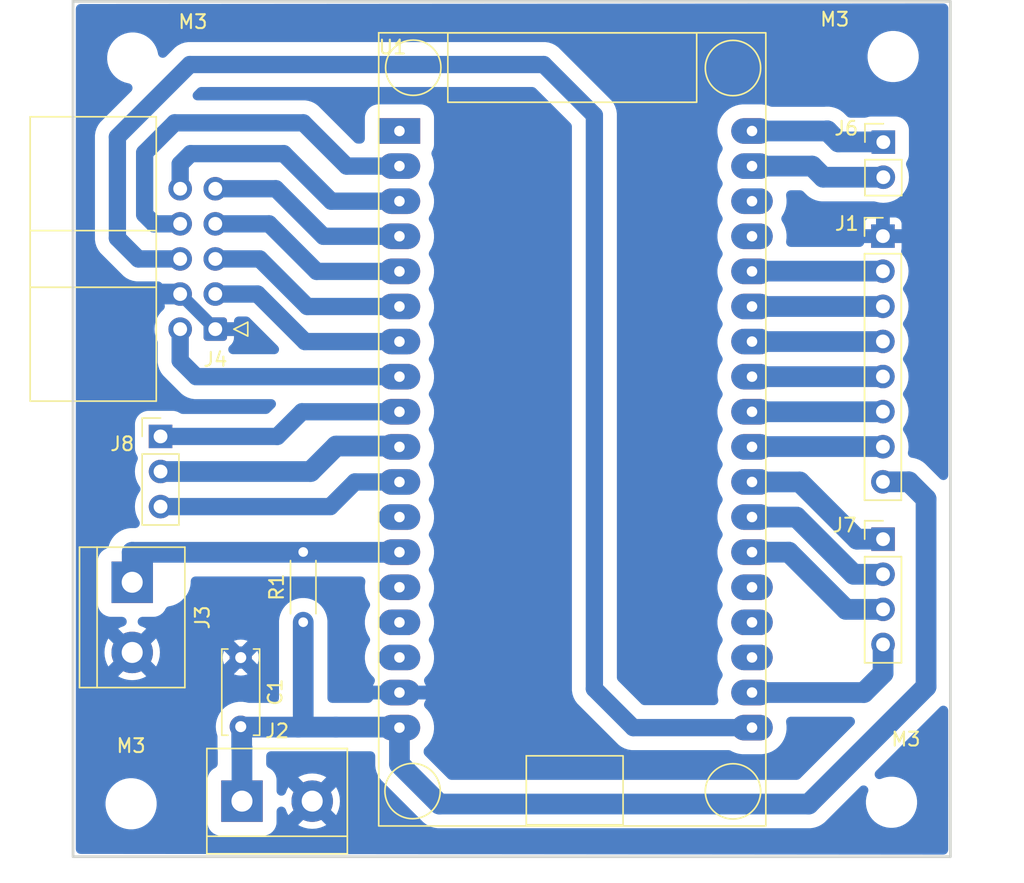
<source format=kicad_pcb>
(kicad_pcb (version 20240108) (generator "pcbnew") (generator_version "8.0")
  (layers (0 "F.Cu" signal) (31 "B.Cu" signal) (34 "B.Paste" user) (35 "F.Paste" user) (36 "B.SilkS" user "B.Silkscreen") (37 "F.SilkS" user "F.Silkscreen") (38 "B.Mask" user) (39 "F.Mask" user) (44 "Edge.Cuts" user))
  (net 0 "")
  (net 1 "/5V")
  (net 2 "GND")
  (net 3 "/FC")
  (net 4 "/Sen5")
  (net 5 "/Sen6")
  (net 6 "/Sen1")
  (net 7 "/Sen7")
  (net 8 "/Sen2")
  (net 9 "/Sen4")
  (net 10 "/Sen3")
  (net 11 "/3V3")
  (net 12 "/IO14(BOOT PWM)")
  (net 13 "/IO15(BOOT PWM)")
  (net 14 "/IO2(LED)")
  (net 15 "/CLK")
  (net 16 "/IN1")
  (net 17 "/IN2")
  (net 18 "/IN3")
  (net 19 "/IN4")
  (net 20 "/IN5")
  (net 21 "/IN6")
  (net 32 "/IO23")
  (net 33 "/IO27")
  (net 34 "/IO22")
  (net 35 "/IO4")
  (net 36 "/IO26")
  (footprint "MountingHole:MountingHole_3.2mm_M3" (layer "F.Cu") (at 33.83 85.12)
    (property "Reference" "M3" (at 0 -4.2 0) (layer "F.SilkS"))
    (property "Value" "MountingHole_3.2mm_M3")
    (pad "" np_thru_hole circle (at 0 0) (size 3.2 3.2) (drill 3.2) (layers "*.Cu" "*.Mask"))
  )
  (footprint "Connector_PinHeader_2.54mm:PinHeader_1x02_P2.54mm_Vertical" (layer "F.Cu") (at 88.24 37.235)
    (property "Reference" "J6" (at -2.68 -0.995 0) (layer "F.SilkS"))
    (property "Value" "Screw_Terminal_01x02")
    (fp_line (start -1.33 -1.33) (end 0 -1.33) (stroke (width 0.12)) (layer "F.SilkS"))
    (fp_line (start -1.33 0) (end -1.33 -1.33) (stroke (width 0.12)) (layer "F.SilkS"))
    (fp_line (start -1.33 1.27) (end -1.33 3.87) (stroke (width 0.12)) (layer "F.SilkS"))
    (fp_line (start -1.33 1.27) (end 1.33 1.27) (stroke (width 0.12)) (layer "F.SilkS"))
    (fp_line (start -1.33 3.87) (end 1.33 3.87) (stroke (width 0.12)) (layer "F.SilkS"))
    (fp_line (start 1.33 1.27) (end 1.33 3.87) (stroke (width 0.12)) (layer "F.SilkS"))
    (pad "1" thru_hole rect (at 0 0) (size 1.7 1.7) (drill 1) (layers "*.Cu" "*.Mask") (net 32 "/IO23"))
    (pad "2" thru_hole oval (at 0 2.54) (size 1.7 1.7) (drill 1) (layers "*.Cu" "*.Mask") (net 34 "/IO22"))
  )
  (footprint "MountingHole:MountingHole_3.2mm_M3" (layer "F.Cu") (at 88.83 85.01)
    (property "Reference" "M3" (at 1.045 -4.56 0) (layer "F.SilkS"))
    (property "Value" "MountingHole_3.2mm_M3")
    (pad "" np_thru_hole circle (at 0 0) (size 3.2 3.2) (drill 3.2) (layers "*.Cu" "*.Mask"))
  )
  (footprint "Connector_IDC:IDC-Header_2x05_P2.54mm_Horizontal" (layer "F.Cu") (at 39.92 50.77 180)
    (property "Reference" "J4" (at -0.01 -2.2 0) (layer "F.SilkS"))
    (property "Value" "Screw_Terminal_01x10")
    (fp_line (start 13.39 15.37) (end 4.27 15.37) (stroke (width 0.12)) (layer "F.SilkS"))
    (fp_line (start 13.39 -5.21) (end 13.39 15.37) (stroke (width 0.12)) (layer "F.SilkS"))
    (fp_line (start 4.27 15.37) (end 4.27 -5.21) (stroke (width 0.12)) (layer "F.SilkS"))
    (fp_line (start 4.27 7.13) (end 13.39 7.13) (stroke (width 0.12)) (layer "F.SilkS"))
    (fp_line (start 4.27 3.03) (end 13.39 3.03) (stroke (width 0.12)) (layer "F.SilkS"))
    (fp_line (start 4.27 -5.21) (end 13.39 -5.21) (stroke (width 0.12)) (layer "F.SilkS"))
    (fp_line (start -1.35 0) (end -2.35 -0.5) (stroke (width 0.12)) (layer "F.SilkS"))
    (fp_line (start -2.35 0.5) (end -1.35 0) (stroke (width 0.12)) (layer "F.SilkS"))
    (fp_line (start -2.35 -0.5) (end -2.35 0.5) (stroke (width 0.12)) (layer "F.SilkS"))
    (pad "1" thru_hole roundrect (at 0 0 180) (size 1.7 1.7) (drill 1) (layers "*.Cu" "*.Mask") (roundrect_rratio 0.147059) (net 2 "GND"))
    (pad "2" thru_hole circle (at 2.54 0 180) (size 1.7 1.7) (drill 1) (layers "*.Cu" "*.Mask") (net 7 "/Sen7"))
    (pad "3" thru_hole circle (at 0 2.54 180) (size 1.7 1.7) (drill 1) (layers "*.Cu" "*.Mask") (net 5 "/Sen6"))
    (pad "4" thru_hole circle (at 2.54 2.54 180) (size 1.7 1.7) (drill 1) (layers "*.Cu" "*.Mask") (net 2 "GND"))
    (pad "5" thru_hole circle (at 0 5.08 180) (size 1.7 1.7) (drill 1) (layers "*.Cu" "*.Mask") (net 4 "/Sen5"))
    (pad "6" thru_hole circle (at 2.54 5.08 180) (size 1.7 1.7) (drill 1) (layers "*.Cu" "*.Mask") (net 11 "/3V3"))
    (pad "7" thru_hole circle (at 0 7.62 180) (size 1.7 1.7) (drill 1) (layers "*.Cu" "*.Mask") (net 9 "/Sen4"))
    (pad "8" thru_hole circle (at 2.54 7.62 180) (size 1.7 1.7) (drill 1) (layers "*.Cu" "*.Mask") (net 6 "/Sen1"))
    (pad "9" thru_hole circle (at 0 10.16 180) (size 1.7 1.7) (drill 1) (layers "*.Cu" "*.Mask") (net 10 "/Sen3"))
    (pad "10" thru_hole circle (at 2.54 10.16 180) (size 1.7 1.7) (drill 1) (layers "*.Cu" "*.Mask") (net 8 "/Sen2"))
  )
  (footprint "MountingHole:MountingHole_3.2mm_M3" (layer "F.Cu") (at 33.95 31.15)
    (property "Reference" "M3" (at 4.35 -2.625 0) (layer "F.SilkS"))
    (property "Value" "MountingHole_3.2mm_M3")
    (pad "" np_thru_hole circle (at 0 0) (size 3.2 3.2) (drill 3.2) (layers "*.Cu" "*.Mask"))
  )
  (footprint "TerminalBlock:TerminalBlock_bornier-2_P5.08mm" (layer "F.Cu") (at 33.91 69.09 -90)
    (property "Reference" "J3" (at 2.54 -5.08 90) (layer "F.SilkS"))
    (property "Value" "FC")
    (fp_line (start -2.54 3.81) (end 7.62 3.81) (stroke (width 0.12)) (layer "F.SilkS"))
    (fp_line (start 7.62 3.81) (end 7.62 -3.81) (stroke (width 0.12)) (layer "F.SilkS"))
    (fp_line (start 7.62 2.54) (end -2.54 2.54) (stroke (width 0.12)) (layer "F.SilkS"))
    (fp_line (start -2.54 -3.81) (end -2.54 3.81) (stroke (width 0.12)) (layer "F.SilkS"))
    (fp_line (start 7.62 -3.81) (end -2.54 -3.81) (stroke (width 0.12)) (layer "F.SilkS"))
    (pad "1" thru_hole rect (at 0 0 270) (size 3 3) (drill 1.52) (layers "*.Cu" "*.Mask") (net 3 "/FC"))
    (pad "2" thru_hole circle (at 5.08 0 270) (size 3 3) (drill 1.52) (layers "*.Cu" "*.Mask") (net 2 "GND"))
  )
  (footprint "Resistor_THT:R_Axial_DIN0204_L3.6mm_D1.6mm_P5.08mm_Horizontal" (layer "F.Cu") (at 46.28 71.98 90)
    (property "Reference" "R1" (at 2.54 -1.92 90) (layer "F.SilkS"))
    (property "Value" "100k")
    (fp_line (start 0.62 -0.92) (end 4.46 -0.92) (stroke (width 0.12)) (layer "F.SilkS"))
    (fp_line (start 0.62 0.92) (end 4.46 0.92) (stroke (width 0.12)) (layer "F.SilkS"))
    (pad "1" thru_hole circle (at 0 0 90) (size 1.4 1.4) (drill 0.7) (layers "*.Cu" "*.Mask") (net 1 "/5V"))
    (pad "2" thru_hole oval (at 5.08 0 90) (size 1.4 1.4) (drill 0.7) (layers "*.Cu" "*.Mask") (net 3 "/FC"))
  )
  (footprint "LibraryPERSONALES:ESP32_Devkit_V1_36pin" (layer "F.Cu") (at 51.74 29.325)
    (property "Reference" "U1" (at 0.995 1.04015 0) (layer "F.SilkS"))
    (property "Value" "ESP32_DevKit_V1_36PIN")
    (fp_rect (start 0 0) (end 28 57.4) (stroke (width 0.12)) (fill none) (layer "F.SilkS"))
    (fp_rect (start 5 0) (end 23 5.025) (stroke (width 0.12)) (fill none) (layer "F.SilkS"))
    (fp_rect (start 10.675 52.325) (end 17.675 57.325) (stroke (width 0.12)) (fill none) (layer "F.SilkS"))
    (fp_circle (center 2.45 54.875) (end 4.425 55.2) (stroke (width 0.12)) (fill none) (layer "F.SilkS"))
    (fp_circle (center 2.5 2.525) (end 4.475 2.85) (stroke (width 0.12)) (fill none) (layer "F.SilkS"))
    (fp_circle (center 25.625 2.548439) (end 27.6 2.873439) (stroke (width 0.12)) (fill none) (layer "F.SilkS"))
    (fp_circle (center 25.625 54.898439) (end 27.626562 54.898439) (stroke (width 0.12)) (fill none) (layer "F.SilkS"))
    (pad "1" thru_hole rect (at 1.5 7.105) (size 3 1.85) (drill 0.762) (layers "*.Cu" "*.Mask"))
    (pad "2" thru_hole oval (at 1.5 9.645) (size 3 1.85) (drill 0.762) (layers "*.Cu" "*.Mask") (net 6 "/Sen1"))
    (pad "3" thru_hole oval (at 1.5 12.185) (size 3 1.85) (drill 0.762) (layers "*.Cu" "*.Mask") (net 8 "/Sen2"))
    (pad "4" thru_hole oval (at 1.5 14.725) (size 3 1.85) (drill 0.762) (layers "*.Cu" "*.Mask") (net 10 "/Sen3"))
    (pad "5" thru_hole oval (at 1.5 17.265) (size 3 1.85) (drill 0.762) (layers "*.Cu" "*.Mask") (net 9 "/Sen4"))
    (pad "6" thru_hole oval (at 1.5 19.805) (size 3 1.85) (drill 0.762) (layers "*.Cu" "*.Mask") (net 4 "/Sen5"))
    (pad "7" thru_hole oval (at 1.5 22.345) (size 3 1.85) (drill 0.762) (layers "*.Cu" "*.Mask") (net 5 "/Sen6"))
    (pad "8" thru_hole oval (at 1.5 24.885) (size 3 1.85) (drill 0.762) (layers "*.Cu" "*.Mask") (net 7 "/Sen7"))
    (pad "9" thru_hole oval (at 1.5 27.425) (size 3 1.85) (drill 0.762) (layers "*.Cu" "*.Mask") (net 36 "/IO26"))
    (pad "10" thru_hole oval (at 1.5 29.965) (size 3 1.85) (drill 0.762) (layers "*.Cu" "*.Mask") (net 33 "/IO27"))
    (pad "11" thru_hole oval (at 1.5 32.505) (size 3 1.85) (drill 0.762) (layers "*.Cu" "*.Mask") (net 12 "/IO14(BOOT PWM)"))
    (pad "12" thru_hole oval (at 1.5 35.045) (size 3 1.85) (drill 0.762) (layers "*.Cu" "*.Mask"))
    (pad "13" thru_hole oval (at 1.5 37.585) (size 3 1.85) (drill 0.762) (layers "*.Cu" "*.Mask") (net 3 "/FC"))
    (pad "14" thru_hole oval (at 1.5 40.125) (size 3 1.85) (drill 0.762) (layers "*.Cu" "*.Mask"))
    (pad "15" thru_hole oval (at 1.5 42.665) (size 3 1.85) (drill 0.762) (layers "*.Cu" "*.Mask"))
    (pad "16" thru_hole oval (at 1.5 45.205) (size 3 1.85) (drill 0.762) (layers "*.Cu" "*.Mask"))
    (pad "17" thru_hole oval (at 1.5 47.745) (size 3 1.85) (drill 0.762) (layers "*.Cu" "*.Mask") (net 2 "GND"))
    (pad "18" thru_hole oval (at 1.5 50.285) (size 3 1.85) (drill 0.762) (layers "*.Cu" "*.Mask") (net 1 "/5V"))
    (pad "19" thru_hole oval (at 27 50.285) (size 3 1.85) (drill 0.762) (layers "*.Cu" "*.Mask") (net 11 "/3V3"))
    (pad "20" thru_hole oval (at 27 47.745) (size 3 1.85) (drill 0.762) (layers "*.Cu" "*.Mask") (net 15 "/CLK"))
    (pad "21" thru_hole oval (at 27 45.205) (size 3 1.85) (drill 0.762) (layers "*.Cu" "*.Mask"))
    (pad "22" thru_hole oval (at 27 42.665) (size 3 1.85) (drill 0.762) (layers "*.Cu" "*.Mask"))
    (pad "23" thru_hole oval (at 27 40.125) (size 3 1.85) (drill 0.762) (layers "*.Cu" "*.Mask"))
    (pad "24" thru_hole oval (at 27 37.585) (size 3 1.85) (drill 0.762) (layers "*.Cu" "*.Mask") (net 13 "/IO15(BOOT PWM)"))
    (pad "25" thru_hole oval (at 27 35.045) (size 3 1.85) (drill 0.762) (layers "*.Cu" "*.Mask") (net 14 "/IO2(LED)"))
    (pad "26" thru_hole oval (at 27 32.505) (size 3 1.85) (drill 0.762) (layers "*.Cu" "*.Mask") (net 35 "/IO4"))
    (pad "27" thru_hole oval (at 27 29.965) (size 3 1.85) (drill 0.762) (layers "*.Cu" "*.Mask") (net 21 "/IN6"))
    (pad "28" thru_hole oval (at 27 27.425) (size 3 1.85) (drill 0.762) (layers "*.Cu" "*.Mask") (net 20 "/IN5"))
    (pad "29" thru_hole oval (at 27 24.885) (size 3 1.85) (drill 0.762) (layers "*.Cu" "*.Mask") (net 19 "/IN4"))
    (pad "30" thru_hole oval (at 27 22.345) (size 3 1.85) (drill 0.762) (layers "*.Cu" "*.Mask") (net 18 "/IN3"))
    (pad "31" thru_hole oval (at 27 19.805) (size 3 1.85) (drill 0.762) (layers "*.Cu" "*.Mask") (net 17 "/IN2"))
    (pad "32" thru_hole oval (at 27 17.265) (size 3 1.85) (drill 0.762) (layers "*.Cu" "*.Mask") (net 16 "/IN1"))
    (pad "33" thru_hole oval (at 27 14.725) (size 3 1.85) (drill 0.762) (layers "*.Cu" "*.Mask"))
    (pad "34" thru_hole oval (at 27 12.185) (size 3 1.85) (drill 0.762) (layers "*.Cu" "*.Mask"))
    (pad "35" thru_hole oval (at 27 9.645) (size 3 1.85) (drill 0.762) (layers "*.Cu" "*.Mask") (net 34 "/IO22"))
    (pad "36" thru_hole oval (at 27 7.105) (size 3 1.85) (drill 0.762) (layers "*.Cu" "*.Mask") (net 32 "/IO23"))
  )
  (footprint "Connector_PinHeader_2.54mm:PinHeader_1x08_P2.54mm_Vertical" (layer "F.Cu") (at 88.21 44.04)
    (property "Reference" "J1" (at -2.61 -0.91 0) (layer "F.SilkS"))
    (property "Value" "Screw_Terminal_01x08")
    (fp_line (start -1.33 -1.33) (end 0 -1.33) (stroke (width 0.12)) (layer "F.SilkS"))
    (fp_line (start -1.33 0) (end -1.33 -1.33) (stroke (width 0.12)) (layer "F.SilkS"))
    (fp_line (start -1.33 1.27) (end -1.33 19.11) (stroke (width 0.12)) (layer "F.SilkS"))
    (fp_line (start -1.33 1.27) (end 1.33 1.27) (stroke (width 0.12)) (layer "F.SilkS"))
    (fp_line (start -1.33 19.11) (end 1.33 19.11) (stroke (width 0.12)) (layer "F.SilkS"))
    (fp_line (start 1.33 1.27) (end 1.33 19.11) (stroke (width 0.12)) (layer "F.SilkS"))
    (pad "1" thru_hole rect (at 0 0) (size 1.7 1.7) (drill 1) (layers "*.Cu" "*.Mask") (net 2 "GND"))
    (pad "2" thru_hole oval (at 0 2.54) (size 1.7 1.7) (drill 1) (layers "*.Cu" "*.Mask") (net 16 "/IN1"))
    (pad "3" thru_hole oval (at 0 5.08) (size 1.7 1.7) (drill 1) (layers "*.Cu" "*.Mask") (net 17 "/IN2"))
    (pad "4" thru_hole oval (at 0 7.62) (size 1.7 1.7) (drill 1) (layers "*.Cu" "*.Mask") (net 18 "/IN3"))
    (pad "5" thru_hole oval (at 0 10.16) (size 1.7 1.7) (drill 1) (layers "*.Cu" "*.Mask") (net 19 "/IN4"))
    (pad "6" thru_hole oval (at 0 12.7) (size 1.7 1.7) (drill 1) (layers "*.Cu" "*.Mask") (net 20 "/IN5"))
    (pad "7" thru_hole oval (at 0 15.24) (size 1.7 1.7) (drill 1) (layers "*.Cu" "*.Mask") (net 21 "/IN6"))
    (pad "8" thru_hole oval (at 0 17.78) (size 1.7 1.7) (drill 1) (layers "*.Cu" "*.Mask") (net 1 "/5V"))
  )
  (footprint "Connector_PinHeader_2.54mm:PinHeader_1x04_P2.54mm_Vertical" (layer "F.Cu") (at 88.22 65.97)
    (property "Reference" "J7" (at -2.78 -1.01 0) (layer "F.SilkS"))
    (property "Value" "Screw_Terminal_01x04")
    (fp_line (start -1.33 -1.33) (end 0 -1.33) (stroke (width 0.12)) (layer "F.SilkS"))
    (fp_line (start -1.33 0) (end -1.33 -1.33) (stroke (width 0.12)) (layer "F.SilkS"))
    (fp_line (start -1.33 1.27) (end -1.33 8.95) (stroke (width 0.12)) (layer "F.SilkS"))
    (fp_line (start -1.33 1.27) (end 1.33 1.27) (stroke (width 0.12)) (layer "F.SilkS"))
    (fp_line (start -1.33 8.95) (end 1.33 8.95) (stroke (width 0.12)) (layer "F.SilkS"))
    (fp_line (start 1.33 1.27) (end 1.33 8.95) (stroke (width 0.12)) (layer "F.SilkS"))
    (pad "1" thru_hole rect (at 0 0) (size 1.7 1.7) (drill 1) (layers "*.Cu" "*.Mask") (net 35 "/IO4"))
    (pad "2" thru_hole oval (at 0 2.54) (size 1.7 1.7) (drill 1) (layers "*.Cu" "*.Mask") (net 14 "/IO2(LED)"))
    (pad "3" thru_hole oval (at 0 5.08) (size 1.7 1.7) (drill 1) (layers "*.Cu" "*.Mask") (net 13 "/IO15(BOOT PWM)"))
    (pad "4" thru_hole oval (at 0 7.62) (size 1.7 1.7) (drill 1) (layers "*.Cu" "*.Mask") (net 15 "/CLK"))
  )
  (footprint "Connector_PinHeader_2.54mm:PinHeader_1x03_P2.54mm_Vertical" (layer "F.Cu") (at 35.96 58.535)
    (property "Reference" "J8" (at -2.77 0.54 0) (layer "F.SilkS"))
    (property "Value" "Screw_Terminal_01x03")
    (fp_line (start -1.33 -1.33) (end 0 -1.33) (stroke (width 0.12)) (layer "F.SilkS"))
    (fp_line (start -1.33 0) (end -1.33 -1.33) (stroke (width 0.12)) (layer "F.SilkS"))
    (fp_line (start -1.33 1.27) (end -1.33 6.41) (stroke (width 0.12)) (layer "F.SilkS"))
    (fp_line (start -1.33 1.27) (end 1.33 1.27) (stroke (width 0.12)) (layer "F.SilkS"))
    (fp_line (start -1.33 6.41) (end 1.33 6.41) (stroke (width 0.12)) (layer "F.SilkS"))
    (fp_line (start 1.33 1.27) (end 1.33 6.41) (stroke (width 0.12)) (layer "F.SilkS"))
    (pad "1" thru_hole rect (at 0 0) (size 1.7 1.7) (drill 1) (layers "*.Cu" "*.Mask") (net 36 "/IO26"))
    (pad "2" thru_hole oval (at 0 2.54) (size 1.7 1.7) (drill 1) (layers "*.Cu" "*.Mask") (net 33 "/IO27"))
    (pad "3" thru_hole oval (at 0 5.08) (size 1.7 1.7) (drill 1) (layers "*.Cu" "*.Mask") (net 12 "/IO14(BOOT PWM)"))
  )
  (footprint "Capacitor_THT:C_Disc_D6.0mm_W2.5mm_P5.00mm" (layer "F.Cu") (at 41.76 74.54 -90)
    (property "Reference" "C1" (at 2.5 -2.5 90) (layer "F.SilkS"))
    (property "Value" "0.1u")
    (fp_line (start -0.62 1.37) (end 5.62 1.37) (stroke (width 0.12)) (layer "F.SilkS"))
    (fp_line (start -0.62 0.925) (end -0.62 1.37) (stroke (width 0.12)) (layer "F.SilkS"))
    (fp_line (start 5.62 0.925) (end 5.62 1.37) (stroke (width 0.12)) (layer "F.SilkS"))
    (fp_line (start -0.62 -1.37) (end -0.62 -0.925) (stroke (width 0.12)) (layer "F.SilkS"))
    (fp_line (start -0.62 -1.37) (end 5.62 -1.37) (stroke (width 0.12)) (layer "F.SilkS"))
    (fp_line (start 5.62 -1.37) (end 5.62 -0.925) (stroke (width 0.12)) (layer "F.SilkS"))
    (pad "1" thru_hole circle (at 0 0 270) (size 1.6 1.6) (drill 0.8) (layers "*.Cu" "*.Mask") (net 2 "GND"))
    (pad "2" thru_hole circle (at 5 0 270) (size 1.6 1.6) (drill 0.8) (layers "*.Cu" "*.Mask") (net 1 "/5V"))
  )
  (footprint "MountingHole:MountingHole_3.2mm_M3" (layer "F.Cu") (at 88.95 31.04)
    (property "Reference" "M3" (at -4.225 -2.69 0) (layer "F.SilkS"))
    (property "Value" "MountingHole_3.2mm_M3")
    (pad "" np_thru_hole circle (at 0 0) (size 3.2 3.2) (drill 3.2) (layers "*.Cu" "*.Mask"))
  )
  (footprint "TerminalBlock:TerminalBlock_bornier-2_P5.08mm" (layer "F.Cu") (at 41.85 84.93)
    (property "Reference" "J2" (at 2.54 -5.08 0) (layer "F.SilkS"))
    (property "Value" "IN STEP")
    (fp_line (start -2.54 -3.81) (end -2.54 3.81) (stroke (width 0.12)) (layer "F.SilkS"))
    (fp_line (start -2.54 3.81) (end 7.62 3.81) (stroke (width 0.12)) (layer "F.SilkS"))
    (fp_line (start 7.62 -3.81) (end -2.54 -3.81) (stroke (width 0.12)) (layer "F.SilkS"))
    (fp_line (start 7.62 2.54) (end -2.54 2.54) (stroke (width 0.12)) (layer "F.SilkS"))
    (fp_line (start 7.62 3.81) (end 7.62 -3.81) (stroke (width 0.12)) (layer "F.SilkS"))
    (pad "1" thru_hole rect (at 0 0) (size 3 3) (drill 1.52) (layers "*.Cu" "*.Mask") (net 1 "/5V"))
    (pad "2" thru_hole circle (at 5.08 0) (size 3 3) (drill 1.52) (layers "*.Cu" "*.Mask") (net 2 "GND"))
  )
  (gr_rect (start 29.63 27.05) (end 93.09 88.95) (stroke (width 0.2)) (fill none) (layer "Edge.Cuts"))
  (segment (start 45.92 79.57) (end 48.64 79.57) (width 1.5) (layer "B.Cu") (net 1))
  (segment (start 90.09 61.82) (end 91.33 63.06) (width 1.5) (layer "B.Cu") (net 1))
  (segment (start 82.84 85.14) (end 56.13 85.14) (width 1.5) (layer "B.Cu") (net 1))
  (segment (start 41.83 79.57) (end 41.83 81.06) (width 1.5) (layer "B.Cu") (net 1))
  (segment (start 48.64 79.57) (end 53.2 79.57) (width 1.5) (layer "B.Cu") (net 1))
  (segment (start 41.83 81.06) (end 41.85 81.08) (width 1.5) (layer "B.Cu") (net 1))
  (segment (start 56.13 85.14) (end 53.24 82.25) (width 1.5) (layer "B.Cu") (net 1))
  (segment (start 53.22 79.63) (end 53.24 79.61) (width 1) (layer "B.Cu") (net 1))
  (segment (start 91.33 76.65) (end 82.84 85.14) (width 1.5) (layer "B.Cu") (net 1))
  (segment (start 46.28 71.98) (end 46.28 79.21) (width 1.5) (layer "B.Cu") (net 1))
  (segment (start 88.21 61.82) (end 90.09 61.82) (width 1.5) (layer "B.Cu") (net 1))
  (segment (start 53.2 79.57) (end 53.24 79.61) (width 1.5) (layer "B.Cu") (net 1))
  (segment (start 41.83 79.57) (end 45.92 79.57) (width 1.5) (layer "B.Cu") (net 1))
  (segment (start 41.85 81.08) (end 41.85 84.93) (width 1.5) (layer "B.Cu") (net 1))
  (segment (start 46.28 79.21) (end 45.92 79.57) (width 1.5) (layer "B.Cu") (net 1))
  (segment (start 53.24 82.25) (end 53.24 79.61) (width 1.5) (layer "B.Cu") (net 1))
  (segment (start 91.33 63.06) (end 91.33 76.65) (width 1.5) (layer "B.Cu") (net 1))
  (segment (start 37.38 48.23) (end 39.92 50.77) (width 0.9) (layer "B.Cu") (net 2))
  (segment (start 37.38 48.23) (end 35.69 48.23) (width 1.5) (layer "B.Cu") (net 2))
  (segment (start 53.24 66.91) (end 53.23 66.92) (width 1.5) (layer "B.Cu") (net 3))
  (segment (start 53.23 66.92) (end 33.91 66.92) (width 1.5) (layer "B.Cu") (net 3))
  (segment (start 33.91 66.92) (end 33.91 69.09) (width 1.5) (layer "B.Cu") (net 3))
  (segment (start 39.92 45.69) (end 43.13 45.69) (width 1.25) (layer "B.Cu") (net 4))
  (segment (start 43.13 45.69) (end 46.57 49.13) (width 1.25) (layer "B.Cu") (net 4))
  (segment (start 46.57 49.13) (end 53.24 49.13) (width 1.25) (layer "B.Cu") (net 4))
  (segment (start 42.97 48.23) (end 46.41 51.67) (width 1.25) (layer "B.Cu") (net 5))
  (segment (start 39.92 48.23) (end 42.97 48.23) (width 1.25) (layer "B.Cu") (net 5))
  (segment (start 46.41 51.67) (end 53.24 51.67) (width 1.25) (layer "B.Cu") (net 5))
  (segment (start 49.42 38.97) (end 46.29 35.84) (width 1.25) (layer "B.Cu") (net 6))
  (segment (start 34.81 42.47) (end 35.49 43.15) (width 1.25) (layer "B.Cu") (net 6))
  (segment (start 46.29 35.84) (end 36.98 35.84) (width 1.25) (layer "B.Cu") (net 6))
  (segment (start 34.81 38.01) (end 34.81 42.47) (width 1.25) (layer "B.Cu") (net 6))
  (segment (start 35.49 43.15) (end 37.38 43.15) (width 1.25) (layer "B.Cu") (net 6))
  (segment (start 36.98 35.84) (end 34.81 38.01) (width 1.25) (layer "B.Cu") (net 6))
  (segment (start 53.24 38.97) (end 49.42 38.97) (width 1.25) (layer "B.Cu") (net 6))
  (segment (start 53.24 54.21) (end 38.54 54.21) (width 1.25) (layer "B.Cu") (net 7))
  (segment (start 37.38 53.05) (end 37.38 50.77) (width 1.25) (layer "B.Cu") (net 7))
  (segment (start 38.54 54.21) (end 37.38 53.05) (width 1.25) (layer "B.Cu") (net 7))
  (segment (start 37.38 40.61) (end 37.38 38.82) (width 1.25) (layer "B.Cu") (net 8))
  (segment (start 37.38 38.82) (end 38.13 38.07) (width 1.25) (layer "B.Cu") (net 8))
  (segment (start 38.13 38.07) (end 44.87 38.07) (width 1.25) (layer "B.Cu") (net 8))
  (segment (start 44.87 38.07) (end 48.31 41.51) (width 1.25) (layer "B.Cu") (net 8))
  (segment (start 48.31 41.51) (end 53.24 41.51) (width 1.25) (layer "B.Cu") (net 8))
  (segment (start 43.81 43.15) (end 47.25 46.59) (width 1.25) (layer "B.Cu") (net 9))
  (segment (start 47.25 46.59) (end 53.24 46.59) (width 1.25) (layer "B.Cu") (net 9))
  (segment (start 39.92 43.15) (end 43.81 43.15) (width 1.25) (layer "B.Cu") (net 9))
  (segment (start 44.3 40.61) (end 47.74 44.05) (width 1.25) (layer "B.Cu") (net 10))
  (segment (start 39.92 40.61) (end 44.3 40.61) (width 1.25) (layer "B.Cu") (net 10))
  (segment (start 47.74 44.05) (end 53.24 44.05) (width 1.25) (layer "B.Cu") (net 10))
  (segment (start 63.67 31.62) (end 67.34 35.29) (width 1.25) (layer "B.Cu") (net 11))
  (segment (start 67.34 76.8) (end 70.15 79.61) (width 1.25) (layer "B.Cu") (net 11))
  (segment (start 32.84 36.86) (end 38.08 31.62) (width 1.25) (layer "B.Cu") (net 11))
  (segment (start 67.34 35.29) (end 67.34 76.8) (width 1.25) (layer "B.Cu") (net 11))
  (segment (start 34.35 45.69) (end 32.84 44.18) (width 1.25) (layer "B.Cu") (net 11))
  (segment (start 70.15 79.61) (end 78.74 79.61) (width 1.25) (layer "B.Cu") (net 11))
  (segment (start 37.38 45.69) (end 34.35 45.69) (width 1.25) (layer "B.Cu") (net 11))
  (segment (start 32.84 44.18) (end 32.84 36.86) (width 1.25) (layer "B.Cu") (net 11))
  (segment (start 38.08 31.62) (end 63.67 31.62) (width 1.25) (layer "B.Cu") (net 11))
  (segment (start 50.02 61.83) (end 48.235 63.615) (width 1.25) (layer "B.Cu") (net 12))
  (segment (start 53.24 61.83) (end 50.02 61.83) (width 1.25) (layer "B.Cu") (net 12))
  (segment (start 48.235 63.615) (end 35.96 63.615) (width 1.25) (layer "B.Cu") (net 12))
  (segment (start 85.54 71.05) (end 88.22 71.05) (width 1.5) (layer "B.Cu") (net 13))
  (segment (start 78.74 66.91) (end 81.4 66.91) (width 1.5) (layer "B.Cu") (net 13))
  (segment (start 81.4 66.91) (end 85.54 71.05) (width 1.5) (layer "B.Cu") (net 13))
  (segment (start 81.95 64.37) (end 86.09 68.51) (width 1.5) (layer "B.Cu") (net 14))
  (segment (start 78.74 64.37) (end 81.95 64.37) (width 1.5) (layer "B.Cu") (net 14))
  (segment (start 86.09 68.51) (end 88.22 68.51) (width 1.5) (layer "B.Cu") (net 14))
  (segment (start 86.83 77.07) (end 88.22 75.68) (width 1.5) (layer "B.Cu") (net 15))
  (segment (start 78.74 77.07) (end 86.83 77.07) (width 1.5) (layer "B.Cu") (net 15))
  (segment (start 88.22 75.68) (end 88.22 73.59) (width 1.5) (layer "B.Cu") (net 15))
  (segment (start 88.21 46.57) (end 78.76 46.57) (width 1.5) (layer "B.Cu") (net 16))
  (segment (start 78.76 46.57) (end 78.74 46.59) (width 1.5) (layer "B.Cu") (net 16))
  (segment (start 88.19 49.13) (end 88.21 49.11) (width 1.5) (layer "B.Cu") (net 17))
  (segment (start 78.74 49.13) (end 88.19 49.13) (width 1.5) (layer "B.Cu") (net 17))
  (segment (start 78.74 51.67) (end 88.19 51.67) (width 1.5) (layer "B.Cu") (net 18))
  (segment (start 88.19 51.67) (end 88.21 51.65) (width 1.5) (layer "B.Cu") (net 18))
  (segment (start 78.74 54.21) (end 88.19 54.21) (width 1.5) (layer "B.Cu") (net 19))
  (segment (start 88.19 54.21) (end 88.21 54.19) (width 1.5) (layer "B.Cu") (net 19))
  (segment (start 78.74 56.75) (end 88.19 56.75) (width 1.5) (layer "B.Cu") (net 20))
  (segment (start 88.19 56.75) (end 88.21 56.73) (width 1.5) (layer "B.Cu") (net 20))
  (segment (start 78.74 59.29) (end 78.76 59.27) (width 1.5) (layer "B.Cu") (net 21))
  (segment (start 78.76 59.27) (end 88.21 59.27) (width 1.5) (layer "B.Cu") (net 21))
  (segment (start 84.19 36.42) (end 84.99 37.22) (width 1.5) (layer "B.Cu") (net 32))
  (segment (start 84.99 37.22) (end 88.225 37.22) (width 1.5) (layer "B.Cu") (net 32))
  (segment (start 78.74 36.43) (end 84.18 36.43) (width 1.5) (layer "B.Cu") (net 32))
  (segment (start 84.18 36.43) (end 84.19 36.42) (width 1.5) (layer "B.Cu") (net 32))
  (segment (start 88.225 37.22) (end 88.24 37.235) (width 1.5) (layer "B.Cu") (net 32))
  (segment (start 48.66 59.23) (end 46.815 61.075) (width 1.5) (layer "B.Cu") (net 33))
  (segment (start 53.18 59.23) (end 48.66 59.23) (width 1.5) (layer "B.Cu") (net 33))
  (segment (start 46.815 61.075) (end 35.96 61.075) (width 1.5) (layer "B.Cu") (net 33))
  (segment (start 53.24 59.29) (end 53.18 59.23) (width 1.5) (layer "B.Cu") (net 33))
  (segment (start 83.09 38.97) (end 83.895 39.775) (width 1.5) (layer "B.Cu") (net 34))
  (segment (start 78.74 38.97) (end 83.09 38.97) (width 1.5) (layer "B.Cu") (net 34))
  (segment (start 83.895 39.775) (end 88.24 39.775) (width 1.5) (layer "B.Cu") (net 34))
  (segment (start 78.74 61.83) (end 82.19 61.83) (width 1.5) (layer "B.Cu") (net 35))
  (segment (start 86.33 65.97) (end 88.22 65.97) (width 1.5) (layer "B.Cu") (net 35))
  (segment (start 82.19 61.83) (end 86.33 65.97) (width 1.5) (layer "B.Cu") (net 35))
  (segment (start 53.24 56.75) (end 46.19 56.75) (width 1.25) (layer "B.Cu") (net 36))
  (segment (start 46.19 56.75) (end 44.405 58.535) (width 1.25) (layer "B.Cu") (net 36))
  (segment (start 44.405 58.535) (end 35.96 58.535) (width 1.25) (layer "B.Cu") (net 36))
  (zone (net 2) (net_name "GND") (layer "B.Cu") (connect_pads (clearance 1)) (min_thickness 0.7) (fill yes (thermal_gap 0.5) (thermal_bridge_width 1))
    (polygon (pts (xy 29.83 27.24) (xy 92.94 27.2) (xy 92.93 88.8) (xy 29.83 88.75)))
  )
)
</source>
